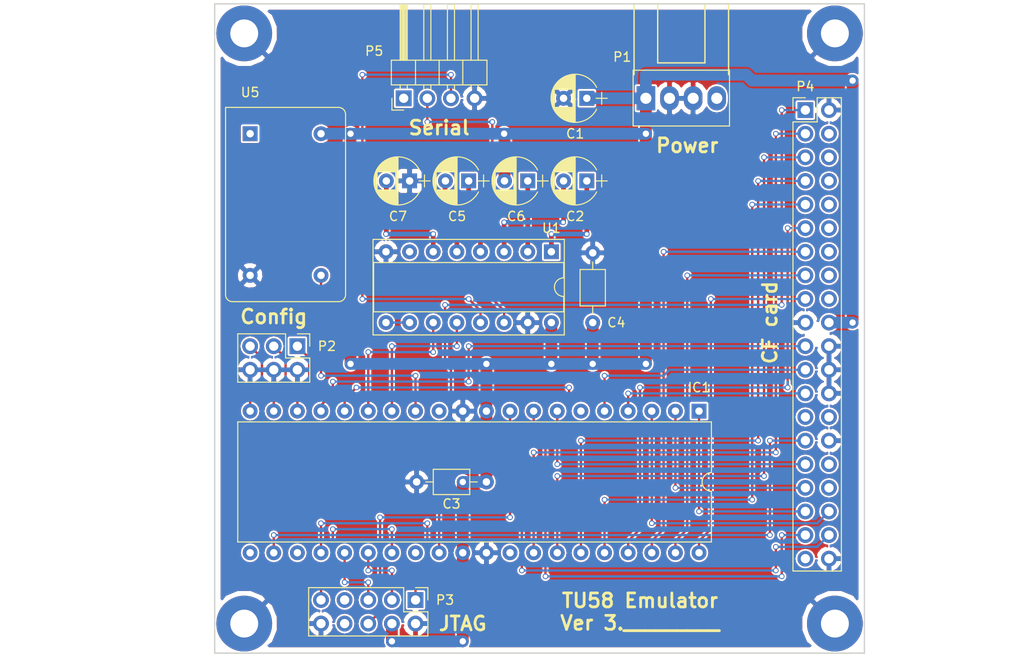
<source format=kicad_pcb>
(kicad_pcb (version 4) (host pcbnew 4.0.5)
  (layers (0 F.Cu signal) (31 B.Cu signal) (34 B.Paste user) (35 F.Paste user) (36 B.SilkS user) (37 F.SilkS user) (38 B.Mask user) (39 F.Mask user) (44 Edge.Cuts user))
  (net 0 "")
  (net 1 VCC)
  (net 2 GND)
  (net 3 "Net-(C2-Pad1)")
  (net 4 "Net-(C2-Pad2)")
  (net 5 "Net-(C5-Pad1)")
  (net 6 "Net-(C5-Pad2)")
  (net 7 "Net-(C6-Pad1)")
  (net 8 "Net-(C7-Pad2)")
  (net 9 A0)
  (net 10 "Net-(IC1-Pad21)")
  (net 11 A1)
  (net 12 CF_ACK)
  (net 13 A2)
  (net 14 "Net-(IC1-Pad23)")
  (net 15 IOR)
  (net 16 "Net-(IC1-Pad24)")
  (net 17 IOW)
  (net 18 "Net-(IC1-Pad25)")
  (net 19 "Net-(IC1-Pad6)")
  (net 20 "Net-(IC1-Pad26)")
  (net 21 CF_CS)
  (net 22 "Net-(IC1-Pad27)")
  (net 23 CF_CSX)
  (net 24 "Net-(IC1-Pad28)")
  (net 25 "Net-(IC1-Pad9)")
  (net 26 RST)
  (net 27 "Net-(IC1-Pad12)")
  (net 28 "Net-(IC1-Pad32)")
  (net 29 "Net-(IC1-Pad13)")
  (net 30 D7)
  (net 31 "Net-(IC1-Pad14)")
  (net 32 D6)
  (net 33 "Net-(IC1-Pad15)")
  (net 34 D5)
  (net 35 CF_IRQ)
  (net 36 D4)
  (net 37 CF_DRQ)
  (net 38 D3)
  (net 39 "Net-(IC1-Pad18)")
  (net 40 D2)
  (net 41 "Net-(IC1-Pad19)")
  (net 42 D1)
  (net 43 "Net-(IC1-Pad20)")
  (net 44 D0)
  (net 45 "Net-(P1-Pad4)")
  (net 46 "Net-(P3-Pad7)")
  (net 47 "Net-(P3-Pad8)")
  (net 48 "Net-(P4-Pad4)")
  (net 49 "Net-(P4-Pad6)")
  (net 50 "Net-(P4-Pad8)")
  (net 51 "Net-(P4-Pad10)")
  (net 52 "Net-(P4-Pad12)")
  (net 53 "Net-(P4-Pad14)")
  (net 54 "Net-(P4-Pad16)")
  (net 55 "Net-(P4-Pad18)")
  (net 56 "Net-(P4-Pad27)")
  (net 57 "Net-(P4-Pad28)")
  (net 58 "Net-(P4-Pad32)")
  (net 59 "Net-(P4-Pad34)")
  (net 60 "Net-(P4-Pad39)")
  (net 61 "Net-(P5-Pad1)")
  (net 62 "Net-(P5-Pad2)")
  (net 63 "Net-(P5-Pad3)")
  (net 64 "Net-(U1-Pad10)")
  (net 65 "Net-(U1-Pad7)")
  (module Capacitors_THT:CP_Radial_D5.0mm_P2.50mm (layer F.Cu) (at 156.21 88.9 180)
    (fp_text reference C1 (at 1.25 -3.81 180) (layer F.SilkS))
    (fp_text value 10uf)
    (pad 1 thru_hole rect (at 0 0 180) (size 1.6 1.6) (drill 0.8) (layers *.Cu *.Mask) (net 1 VCC))
    (pad 2 thru_hole circle (at 2.5 0 180) (size 1.6 1.6) (drill 0.8) (layers *.Cu *.Mask) (net 2 GND))
  )
  (module Capacitors_THT:CP_Radial_D5.0mm_P2.50mm (layer F.Cu) (at 156.21 97.79 180)
    (fp_text reference C2 (at 1.25 -3.81 180) (layer F.SilkS))
    (fp_text value 10uf)
    (pad 1 thru_hole rect (at 0 0 180) (size 1.6 1.6) (drill 0.8) (layers *.Cu *.Mask) (net 3 "Net-(C2-Pad1)"))
    (pad 2 thru_hole circle (at 2.5 0 180) (size 1.6 1.6) (drill 0.8) (layers *.Cu *.Mask) (net 4 "Net-(C2-Pad2)"))
  )
  (module Capacitors_THT:C_Axial_L3.8mm_D2.6mm_P7.50mm_Horizontal (layer F.Cu) (at 145.415 130.175 180)
    (fp_text reference C3 (at 3.75 -2.36 180) (layer F.SilkS))
    (fp_text value .1uf)
    (pad 1 thru_hole circle (at 0 0 180) (size 1.6 1.6) (drill 0.8) (layers *.Cu *.Mask) (net 1 VCC))
    (pad 2 thru_hole oval (at 7.5 0 180) (size 1.6 1.6) (drill 0.8) (layers *.Cu *.Mask) (net 2 GND))
  )
  (module Capacitors_THT:C_Axial_L3.8mm_D2.6mm_P7.50mm_Horizontal (layer F.Cu) (at 156.845 113.03 90)
    (fp_text reference C4 (at 0 2.54 180) (layer F.SilkS))
    (fp_text value .1uf)
    (pad 1 thru_hole circle (at 0 0 90) (size 1.6 1.6) (drill 0.8) (layers *.Cu *.Mask) (net 1 VCC))
    (pad 2 thru_hole oval (at 7.5 0 90) (size 1.6 1.6) (drill 0.8) (layers *.Cu *.Mask) (net 2 GND))
  )
  (module Capacitors_THT:CP_Radial_D5.0mm_P2.50mm (layer F.Cu) (at 143.51 97.79 180)
    (fp_text reference C5 (at 1.25 -3.81 180) (layer F.SilkS))
    (fp_text value 10uf)
    (pad 1 thru_hole rect (at 0 0 180) (size 1.6 1.6) (drill 0.8) (layers *.Cu *.Mask) (net 5 "Net-(C5-Pad1)"))
    (pad 2 thru_hole circle (at 2.5 0 180) (size 1.6 1.6) (drill 0.8) (layers *.Cu *.Mask) (net 6 "Net-(C5-Pad2)"))
  )
  (module Capacitors_THT:CP_Radial_D5.0mm_P2.50mm (layer F.Cu) (at 149.86 97.79 180)
    (fp_text reference C6 (at 1.25 -3.81 180) (layer F.SilkS))
    (fp_text value 10uf)
    (pad 1 thru_hole rect (at 0 0 180) (size 1.6 1.6) (drill 0.8) (layers *.Cu *.Mask) (net 7 "Net-(C6-Pad1)"))
    (pad 2 thru_hole circle (at 2.5 0 180) (size 1.6 1.6) (drill 0.8) (layers *.Cu *.Mask) (net 1 VCC))
  )
  (module Capacitors_THT:CP_Radial_D5.0mm_P2.50mm (layer F.Cu) (at 137.16 97.79 180)
    (fp_text reference C7 (at 1.25 -3.81 180) (layer F.SilkS))
    (fp_text value 10uf)
    (pad 1 thru_hole rect (at 0 0 180) (size 1.6 1.6) (drill 0.8) (layers *.Cu *.Mask) (net 2 GND))
    (pad 2 thru_hole circle (at 2.5 0 180) (size 1.6 1.6) (drill 0.8) (layers *.Cu *.Mask) (net 8 "Net-(C7-Pad2)"))
  )
  (module Housings_DIP:DIP-40_W15.24mm (layer F.Cu) (at 168.275 122.555 270)
    (fp_text reference IC1 (at -2.54 0 360) (layer F.SilkS))
    (fp_text value ATMEGA32A-P)
    (pad 1 thru_hole rect (at 0 0 270) (size 1.6 1.6) (drill 0.8) (layers *.Cu *.Mask) (net 9 A0))
    (pad 21 thru_hole oval (at 15.24 48.26 270) (size 1.6 1.6) (drill 0.8) (layers *.Cu *.Mask) (net 10 "Net-(IC1-Pad21)"))
    (pad 2 thru_hole oval (at 0 2.54 270) (size 1.6 1.6) (drill 0.8) (layers *.Cu *.Mask) (net 11 A1))
    (pad 22 thru_hole oval (at 15.24 45.72 270) (size 1.6 1.6) (drill 0.8) (layers *.Cu *.Mask) (net 12 CF_ACK))
    (pad 3 thru_hole oval (at 0 5.08 270) (size 1.6 1.6) (drill 0.8) (layers *.Cu *.Mask) (net 13 A2))
    (pad 23 thru_hole oval (at 15.24 43.18 270) (size 1.6 1.6) (drill 0.8) (layers *.Cu *.Mask) (net 14 "Net-(IC1-Pad23)"))
    (pad 4 thru_hole oval (at 0 7.62 270) (size 1.6 1.6) (drill 0.8) (layers *.Cu *.Mask) (net 15 IOR))
    (pad 24 thru_hole oval (at 15.24 40.64 270) (size 1.6 1.6) (drill 0.8) (layers *.Cu *.Mask) (net 16 "Net-(IC1-Pad24)"))
    (pad 5 thru_hole oval (at 0 10.16 270) (size 1.6 1.6) (drill 0.8) (layers *.Cu *.Mask) (net 17 IOW))
    (pad 25 thru_hole oval (at 15.24 38.1 270) (size 1.6 1.6) (drill 0.8) (layers *.Cu *.Mask) (net 18 "Net-(IC1-Pad25)"))
    (pad 6 thru_hole oval (at 0 12.7 270) (size 1.6 1.6) (drill 0.8) (layers *.Cu *.Mask) (net 19 "Net-(IC1-Pad6)"))
    (pad 26 thru_hole oval (at 15.24 35.56 270) (size 1.6 1.6) (drill 0.8) (layers *.Cu *.Mask) (net 20 "Net-(IC1-Pad26)"))
    (pad 7 thru_hole oval (at 0 15.24 270) (size 1.6 1.6) (drill 0.8) (layers *.Cu *.Mask) (net 21 CF_CS))
    (pad 27 thru_hole oval (at 15.24 33.02 270) (size 1.6 1.6) (drill 0.8) (layers *.Cu *.Mask) (net 22 "Net-(IC1-Pad27)"))
    (pad 8 thru_hole oval (at 0 17.78 270) (size 1.6 1.6) (drill 0.8) (layers *.Cu *.Mask) (net 23 CF_CSX))
    (pad 28 thru_hole oval (at 15.24 30.48 270) (size 1.6 1.6) (drill 0.8) (layers *.Cu *.Mask) (net 24 "Net-(IC1-Pad28)"))
    (pad 9 thru_hole oval (at 0 20.32 270) (size 1.6 1.6) (drill 0.8) (layers *.Cu *.Mask) (net 25 "Net-(IC1-Pad9)"))
    (pad 29 thru_hole oval (at 15.24 27.94 270) (size 1.6 1.6) (drill 0.8) (layers *.Cu *.Mask) (net 26 RST))
    (pad 10 thru_hole oval (at 0 22.86 270) (size 1.6 1.6) (drill 0.8) (layers *.Cu *.Mask) (net 1 VCC))
    (pad 30 thru_hole oval (at 15.24 25.4 270) (size 1.6 1.6) (drill 0.8) (layers *.Cu *.Mask) (net 1 VCC))
    (pad 11 thru_hole oval (at 0 25.4 270) (size 1.6 1.6) (drill 0.8) (layers *.Cu *.Mask) (net 2 GND))
    (pad 31 thru_hole oval (at 15.24 22.86 270) (size 1.6 1.6) (drill 0.8) (layers *.Cu *.Mask) (net 2 GND))
    (pad 12 thru_hole oval (at 0 27.94 270) (size 1.6 1.6) (drill 0.8) (layers *.Cu *.Mask) (net 27 "Net-(IC1-Pad12)"))
    (pad 32 thru_hole oval (at 15.24 20.32 270) (size 1.6 1.6) (drill 0.8) (layers *.Cu *.Mask) (net 28 "Net-(IC1-Pad32)"))
    (pad 13 thru_hole oval (at 0 30.48 270) (size 1.6 1.6) (drill 0.8) (layers *.Cu *.Mask) (net 29 "Net-(IC1-Pad13)"))
    (pad 33 thru_hole oval (at 15.24 17.78 270) (size 1.6 1.6) (drill 0.8) (layers *.Cu *.Mask) (net 30 D7))
    (pad 14 thru_hole oval (at 0 33.02 270) (size 1.6 1.6) (drill 0.8) (layers *.Cu *.Mask) (net 31 "Net-(IC1-Pad14)"))
    (pad 34 thru_hole oval (at 15.24 15.24 270) (size 1.6 1.6) (drill 0.8) (layers *.Cu *.Mask) (net 32 D6))
    (pad 15 thru_hole oval (at 0 35.56 270) (size 1.6 1.6) (drill 0.8) (layers *.Cu *.Mask) (net 33 "Net-(IC1-Pad15)"))
    (pad 35 thru_hole oval (at 15.24 12.7 270) (size 1.6 1.6) (drill 0.8) (layers *.Cu *.Mask) (net 34 D5))
    (pad 16 thru_hole oval (at 0 38.1 270) (size 1.6 1.6) (drill 0.8) (layers *.Cu *.Mask) (net 35 CF_IRQ))
    (pad 36 thru_hole oval (at 15.24 10.16 270) (size 1.6 1.6) (drill 0.8) (layers *.Cu *.Mask) (net 36 D4))
    (pad 17 thru_hole oval (at 0 40.64 270) (size 1.6 1.6) (drill 0.8) (layers *.Cu *.Mask) (net 37 CF_DRQ))
    (pad 37 thru_hole oval (at 15.24 7.62 270) (size 1.6 1.6) (drill 0.8) (layers *.Cu *.Mask) (net 38 D3))
    (pad 18 thru_hole oval (at 0 43.18 270) (size 1.6 1.6) (drill 0.8) (layers *.Cu *.Mask) (net 39 "Net-(IC1-Pad18)"))
    (pad 38 thru_hole oval (at 15.24 5.08 270) (size 1.6 1.6) (drill 0.8) (layers *.Cu *.Mask) (net 40 D2))
    (pad 19 thru_hole oval (at 0 45.72 270) (size 1.6 1.6) (drill 0.8) (layers *.Cu *.Mask) (net 41 "Net-(IC1-Pad19)"))
    (pad 39 thru_hole oval (at 15.24 2.54 270) (size 1.6 1.6) (drill 0.8) (layers *.Cu *.Mask) (net 42 D1))
    (pad 20 thru_hole oval (at 0 48.26 270) (size 1.6 1.6) (drill 0.8) (layers *.Cu *.Mask) (net 43 "Net-(IC1-Pad20)"))
    (pad 40 thru_hole oval (at 15.24 0 270) (size 1.6 1.6) (drill 0.8) (layers *.Cu *.Mask) (net 44 D0))
  )
  (module Mounting_Holes:MountingHole_3mm_Pad (layer F.Cu) (at 119.38 145.415)
    (fp_text reference MH1 hide)
    (fp_text value CONN_01X01 hide)
    (pad 1 thru_hole circle (at 0 0) (size 6 6) (drill 3) (layers *.Cu *.Mask) (net 2 GND))
  )
  (module Mounting_Holes:MountingHole_3mm_Pad (layer F.Cu) (at 182.88 145.415)
    (fp_text reference MH2 hide)
    (fp_text value CONN_01X01 hide)
    (pad 1 thru_hole circle (at 0 0) (size 6 6) (drill 3) (layers *.Cu *.Mask) (net 2 GND))
  )
  (module Mounting_Holes:MountingHole_3mm_Pad (layer F.Cu) (at 182.88 81.915)
    (fp_text reference MH3 hide)
    (fp_text value CONN_01X01 hide)
    (pad 1 thru_hole circle (at 0 0) (size 6 6) (drill 3) (layers *.Cu *.Mask) (net 2 GND))
  )
  (module Mounting_Holes:MountingHole_3mm_Pad (layer F.Cu) (at 119.38 81.915)
    (fp_text reference MH4 hide)
    (fp_text value CONN_01X01 hide)
    (pad 1 thru_hole circle (at 0 0) (size 6 6) (drill 3) (layers *.Cu *.Mask) (net 2 GND))
  )
  (module Connectors:FDC-4P-RA (layer F.Cu) (at 162.56 88.9)
    (fp_text reference P1 (at -2.54 -4.445 180) (layer F.SilkS))
    (fp_text value CONN_01X04 hide)
    (pad 1 thru_hole rect (at 0 0) (size 2 2.6) (drill 1.2) (layers *.Cu *.Mask) (net 1 VCC))
    (pad 2 thru_hole oval (at 2.54 0) (size 2 2.6) (drill 1.2) (layers *.Cu *.Mask) (net 2 GND))
    (pad 3 thru_hole oval (at 5.08 0) (size 2 2.6) (drill 1.2) (layers *.Cu *.Mask) (net 2 GND))
    (pad 4 thru_hole oval (at 7.62 0) (size 2 2.6) (drill 1.2) (layers *.Cu *.Mask) (net 45 "Net-(P1-Pad4)"))
  )
  (module Pin_Headers:Pin_Header_Straight_2x03_Pitch2.54mm (layer F.Cu) (at 125.095 115.57 270)
    (fp_text reference P2 (at 0 -3.175 360) (layer F.SilkS))
    (fp_text value CONN_02X03 hide)
    (pad 1 thru_hole rect (at 0 0 270) (size 1.7 1.7) (drill 1) (layers *.Cu *.Mask) (net 39 "Net-(IC1-Pad18)"))
    (pad 2 thru_hole oval (at 2.54 0 270) (size 1.7 1.7) (drill 1) (layers *.Cu *.Mask) (net 2 GND))
    (pad 3 thru_hole oval (at 0 2.54 270) (size 1.7 1.7) (drill 1) (layers *.Cu *.Mask) (net 41 "Net-(IC1-Pad19)"))
    (pad 4 thru_hole oval (at 2.54 2.54 270) (size 1.7 1.7) (drill 1) (layers *.Cu *.Mask) (net 2 GND))
    (pad 5 thru_hole oval (at 0 5.08 270) (size 1.7 1.7) (drill 1) (layers *.Cu *.Mask) (net 43 "Net-(IC1-Pad20)"))
    (pad 6 thru_hole oval (at 2.54 5.08 270) (size 1.7 1.7) (drill 1) (layers *.Cu *.Mask) (net 2 GND))
  )
  (module Pin_Headers:Pin_Header_Straight_2x05_Pitch2.54mm (layer F.Cu) (at 137.795 142.875 270)
    (fp_text reference P3 (at 0 -3.175 360) (layer F.SilkS))
    (fp_text value CONN_02X05 hide)
    (pad 1 thru_hole rect (at 0 0 270) (size 1.7 1.7) (drill 1) (layers *.Cu *.Mask) (net 16 "Net-(IC1-Pad24)"))
    (pad 2 thru_hole oval (at 2.54 0 270) (size 1.7 1.7) (drill 1) (layers *.Cu *.Mask) (net 2 GND))
    (pad 3 thru_hole oval (at 0 2.54 270) (size 1.7 1.7) (drill 1) (layers *.Cu *.Mask) (net 20 "Net-(IC1-Pad26)"))
    (pad 4 thru_hole oval (at 2.54 2.54 270) (size 1.7 1.7) (drill 1) (layers *.Cu *.Mask) (net 1 VCC))
    (pad 5 thru_hole oval (at 0 5.08 270) (size 1.7 1.7) (drill 1) (layers *.Cu *.Mask) (net 18 "Net-(IC1-Pad25)"))
    (pad 6 thru_hole oval (at 2.54 5.08 270) (size 1.7 1.7) (drill 1) (layers *.Cu *.Mask) (net 25 "Net-(IC1-Pad9)"))
    (pad 7 thru_hole oval (at 0 7.62 270) (size 1.7 1.7) (drill 1) (layers *.Cu *.Mask) (net 46 "Net-(P3-Pad7)"))
    (pad 8 thru_hole oval (at 2.54 7.62 270) (size 1.7 1.7) (drill 1) (layers *.Cu *.Mask) (net 47 "Net-(P3-Pad8)"))
    (pad 9 thru_hole oval (at 0 10.16 270) (size 1.7 1.7) (drill 1) (layers *.Cu *.Mask) (net 22 "Net-(IC1-Pad27)"))
    (pad 10 thru_hole oval (at 2.54 10.16 270) (size 1.7 1.7) (drill 1) (layers *.Cu *.Mask) (net 2 GND))
  )
  (module Pin_Headers:Pin_Header_Straight_2x20_Pitch2.54mm (layer F.Cu) (at 179.705 90.17)
    (fp_text reference P4 (at 0 -2.54) (layer F.SilkS))
    (fp_text value CONN_02X20 hide)
    (pad 1 thru_hole rect (at 0 0) (size 1.7 1.7) (drill 1) (layers *.Cu *.Mask) (net 26 RST))
    (pad 2 thru_hole oval (at 2.54 0) (size 1.7 1.7) (drill 1) (layers *.Cu *.Mask) (net 2 GND))
    (pad 3 thru_hole oval (at 0 2.54) (size 1.7 1.7) (drill 1) (layers *.Cu *.Mask) (net 30 D7))
    (pad 4 thru_hole oval (at 2.54 2.54) (size 1.7 1.7) (drill 1) (layers *.Cu *.Mask) (net 48 "Net-(P4-Pad4)"))
    (pad 5 thru_hole oval (at 0 5.08) (size 1.7 1.7) (drill 1) (layers *.Cu *.Mask) (net 32 D6))
    (pad 6 thru_hole oval (at 2.54 5.08) (size 1.7 1.7) (drill 1) (layers *.Cu *.Mask) (net 49 "Net-(P4-Pad6)"))
    (pad 7 thru_hole oval (at 0 7.62) (size 1.7 1.7) (drill 1) (layers *.Cu *.Mask) (net 34 D5))
    (pad 8 thru_hole oval (at 2.54 7.62) (size 1.7 1.7) (drill 1) (layers *.Cu *.Mask) (net 50 "Net-(P4-Pad8)"))
    (pad 9 thru_hole oval (at 0 10.16) (size 1.7 1.7) (drill 1) (layers *.Cu *.Mask) (net 36 D4))
    (pad 10 thru_hole oval (at 2.54 10.16) (size 1.7 1.7) (drill 1) (layers *.Cu *.Mask) (net 51 "Net-(P4-Pad10)"))
    (pad 11 thru_hole oval (at 0 12.7) (size 1.7 1.7) (drill 1) (layers *.Cu *.Mask) (net 38 D3))
    (pad 12 thru_hole oval (at 2.54 12.7) (size 1.7 1.7) (drill 1) (layers *.Cu *.Mask) (net 52 "Net-(P4-Pad12)"))
    (pad 13 thru_hole oval (at 0 15.24) (size 1.7 1.7) (drill 1) (layers *.Cu *.Mask) (net 40 D2))
    (pad 14 thru_hole oval (at 2.54 15.24) (size 1.7 1.7) (drill 1) (layers *.Cu *.Mask) (net 53 "Net-(P4-Pad14)"))
    (pad 15 thru_hole oval (at 0 17.78) (size 1.7 1.7) (drill 1) (layers *.Cu *.Mask) (net 42 D1))
    (pad 16 thru_hole oval (at 2.54 17.78) (size 1.7 1.7) (drill 1) (layers *.Cu *.Mask) (net 54 "Net-(P4-Pad16)"))
    (pad 17 thru_hole oval (at 0 20.32) (size 1.7 1.7) (drill 1) (layers *.Cu *.Mask) (net 44 D0))
    (pad 18 thru_hole oval (at 2.54 20.32) (size 1.7 1.7) (drill 1) (layers *.Cu *.Mask) (net 55 "Net-(P4-Pad18)"))
    (pad 19 thru_hole oval (at 0 22.86) (size 1.7 1.7) (drill 1) (layers *.Cu *.Mask) (net 2 GND))
    (pad 20 thru_hole oval (at 2.54 22.86) (size 1.7 1.7) (drill 1) (layers *.Cu *.Mask) (net 1 VCC))
    (pad 21 thru_hole oval (at 0 25.4) (size 1.7 1.7) (drill 1) (layers *.Cu *.Mask) (net 37 CF_DRQ))
    (pad 22 thru_hole oval (at 2.54 25.4) (size 1.7 1.7) (drill 1) (layers *.Cu *.Mask) (net 2 GND))
    (pad 23 thru_hole oval (at 0 27.94) (size 1.7 1.7) (drill 1) (layers *.Cu *.Mask) (net 17 IOW))
    (pad 24 thru_hole oval (at 2.54 27.94) (size 1.7 1.7) (drill 1) (layers *.Cu *.Mask) (net 2 GND))
    (pad 25 thru_hole oval (at 0 30.48) (size 1.7 1.7) (drill 1) (layers *.Cu *.Mask) (net 15 IOR))
    (pad 26 thru_hole oval (at 2.54 30.48) (size 1.7 1.7) (drill 1) (layers *.Cu *.Mask) (net 2 GND))
    (pad 27 thru_hole oval (at 0 33.02) (size 1.7 1.7) (drill 1) (layers *.Cu *.Mask) (net 56 "Net-(P4-Pad27)"))
    (pad 28 thru_hole oval (at 2.54 33.02) (size 1.7 1.7) (drill 1) (layers *.Cu *.Mask) (net 57 "Net-(P4-Pad28)"))
    (pad 29 thru_hole oval (at 0 35.56) (size 1.7 1.7) (drill 1) (layers *.Cu *.Mask) (net 12 CF_ACK))
    (pad 30 thru_hole oval (at 2.54 35.56) (size 1.7 1.7) (drill 1) (layers *.Cu *.Mask) (net 2 GND))
    (pad 31 thru_hole oval (at 0 38.1) (size 1.7 1.7) (drill 1) (layers *.Cu *.Mask) (net 35 CF_IRQ))
    (pad 32 thru_hole oval (at 2.54 38.1) (size 1.7 1.7) (drill 1) (layers *.Cu *.Mask) (net 58 "Net-(P4-Pad32)"))
    (pad 33 thru_hole oval (at 0 40.64) (size 1.7 1.7) (drill 1) (layers *.Cu *.Mask) (net 11 A1))
    (pad 34 thru_hole oval (at 2.54 40.64) (size 1.7 1.7) (drill 1) (layers *.Cu *.Mask) (net 59 "Net-(P4-Pad34)"))
    (pad 35 thru_hole oval (at 0 43.18) (size 1.7 1.7) (drill 1) (layers *.Cu *.Mask) (net 9 A0))
    (pad 36 thru_hole oval (at 2.54 43.18) (size 1.7 1.7) (drill 1) (layers *.Cu *.Mask) (net 13 A2))
    (pad 37 thru_hole oval (at 0 45.72) (size 1.7 1.7) (drill 1) (layers *.Cu *.Mask) (net 21 CF_CS))
    (pad 38 thru_hole oval (at 2.54 45.72) (size 1.7 1.7) (drill 1) (layers *.Cu *.Mask) (net 23 CF_CSX))
    (pad 39 thru_hole oval (at 0 48.26) (size 1.7 1.7) (drill 1) (layers *.Cu *.Mask) (net 60 "Net-(P4-Pad39)"))
    (pad 40 thru_hole oval (at 2.54 48.26) (size 1.7 1.7) (drill 1) (layers *.Cu *.Mask) (net 2 GND))
  )
  (module Pin_Headers:Pin_Header_Angled_1x04_Pitch2.54mm (layer F.Cu) (at 136.525 88.9 90)
    (fp_text reference P5 (at 5.08 -3.175 180) (layer F.SilkS))
    (fp_text value CONN_01X04 hide)
    (pad 1 thru_hole rect (at 0 0 90) (size 1.7 1.7) (drill 1) (layers *.Cu *.Mask) (net 61 "Net-(P5-Pad1)"))
    (pad 2 thru_hole oval (at 0 2.54 90) (size 1.7 1.7) (drill 1) (layers *.Cu *.Mask) (net 62 "Net-(P5-Pad2)"))
    (pad 3 thru_hole oval (at 0 5.08 90) (size 1.7 1.7) (drill 1) (layers *.Cu *.Mask) (net 63 "Net-(P5-Pad3)"))
    (pad 4 thru_hole oval (at 0 7.62 90) (size 1.7 1.7) (drill 1) (layers *.Cu *.Mask) (net 2 GND))
  )
  (module Housings_DIP:DIP-16_W7.62mm_Socket (layer F.Cu) (at 152.4 105.41 270)
    (fp_text reference U1 (at -2.54 0 360) (layer F.SilkS))
    (fp_text value MAX232)
    (pad 1 thru_hole rect (at 0 0 270) (size 1.6 1.6) (drill 0.8) (layers *.Cu *.Mask) (net 3 "Net-(C2-Pad1)"))
    (pad 9 thru_hole oval (at 7.62 17.78 270) (size 1.6 1.6) (drill 0.8) (layers *.Cu *.Mask) (net 64 "Net-(U1-Pad10)"))
    (pad 2 thru_hole oval (at 0 2.54 270) (size 1.6 1.6) (drill 0.8) (layers *.Cu *.Mask) (net 7 "Net-(C6-Pad1)"))
    (pad 10 thru_hole oval (at 7.62 15.24 270) (size 1.6 1.6) (drill 0.8) (layers *.Cu *.Mask) (net 64 "Net-(U1-Pad10)"))
    (pad 3 thru_hole oval (at 0 5.08 270) (size 1.6 1.6) (drill 0.8) (layers *.Cu *.Mask) (net 4 "Net-(C2-Pad2)"))
    (pad 11 thru_hole oval (at 7.62 12.7 270) (size 1.6 1.6) (drill 0.8) (layers *.Cu *.Mask) (net 33 "Net-(IC1-Pad15)"))
    (pad 4 thru_hole oval (at 0 7.62 270) (size 1.6 1.6) (drill 0.8) (layers *.Cu *.Mask) (net 5 "Net-(C5-Pad1)"))
    (pad 12 thru_hole oval (at 7.62 10.16 270) (size 1.6 1.6) (drill 0.8) (layers *.Cu *.Mask) (net 31 "Net-(IC1-Pad14)"))
    (pad 5 thru_hole oval (at 0 10.16 270) (size 1.6 1.6) (drill 0.8) (layers *.Cu *.Mask) (net 6 "Net-(C5-Pad2)"))
    (pad 13 thru_hole oval (at 7.62 7.62 270) (size 1.6 1.6) (drill 0.8) (layers *.Cu *.Mask) (net 63 "Net-(P5-Pad3)"))
    (pad 6 thru_hole oval (at 0 12.7 270) (size 1.6 1.6) (drill 0.8) (layers *.Cu *.Mask) (net 8 "Net-(C7-Pad2)"))
    (pad 14 thru_hole oval (at 7.62 5.08 270) (size 1.6 1.6) (drill 0.8) (layers *.Cu *.Mask) (net 62 "Net-(P5-Pad2)"))
    (pad 7 thru_hole oval (at 0 15.24 270) (size 1.6 1.6) (drill 0.8) (layers *.Cu *.Mask) (net 65 "Net-(U1-Pad7)"))
    (pad 15 thru_hole oval (at 7.62 2.54 270) (size 1.6 1.6) (drill 0.8) (layers *.Cu *.Mask) (net 2 GND))
    (pad 8 thru_hole oval (at 0 17.78 270) (size 1.6 1.6) (drill 0.8) (layers *.Cu *.Mask) (net 2 GND))
    (pad 16 thru_hole oval (at 7.62 0 270) (size 1.6 1.6) (drill 0.8) (layers *.Cu *.Mask) (net 1 VCC))
  )
  (module Oscillators:Oscillator_DIP-14 (layer F.Cu) (at 120.015 92.71 270)
    (fp_text reference U5 (at -4.445 0 360) (layer F.SilkS))
    (fp_text value "OSC 11.0592MHz.")
    (pad 1 thru_hole rect (at 0 0 270) (size 1.6 1.6) (drill 0.8) (layers *.Cu *.Mask))
    (pad 14 thru_hole circle (at 0 -7.62 270) (size 1.6 1.6) (drill 0.8) (layers *.Cu *.Mask) (net 1 VCC))
    (pad 8 thru_hole circle (at 15.24 -7.62 270) (size 1.6 1.6) (drill 0.8) (layers *.Cu *.Mask) (net 29 "Net-(IC1-Pad13)"))
    (pad 7 thru_hole circle (at 15.24 0 270) (size 1.6 1.6) (drill 0.8) (layers *.Cu *.Mask) (net 2 GND))
  )
  (gr_text Config (at 122.555 112.395) (layer F.SilkS) (effects (font (size 1.5 1.5) (thickness 0.3))))
  (gr_text "CF card" (at 175.895 113.03 90) (layer F.SilkS) (effects (font (size 1.5 1.5) (thickness 0.3))))
  (gr_text Power (at 167.005 93.98) (layer F.SilkS) (effects (font (size 1.5 1.5) (thickness 0.3))))
  (gr_text Serial (at 140.335 92.075) (layer F.SilkS) (effects (font (size 1.5 1.5) (thickness 0.3))))
  (gr_text JTAG (at 142.875 145.415) (layer F.SilkS) (effects (font (size 1.5 1.5) (thickness 0.3))))
  (gr_text "TU58 Emulator\nVer 3._________" (at 161.925 144.145) (layer F.SilkS) (effects (font (size 1.5 1.5) (thickness 0.3))))
  (gr_line (start 116.205 78.74) (end 116.205 148.59) (angle 90) (layer Edge.Cuts) (width 0.15))
  (gr_line (start 186.055 78.74) (end 116.205 78.74) (angle 90) (layer Edge.Cuts) (width 0.15))
  (gr_line (start 186.055 148.59) (end 186.055 78.74) (angle 90) (layer Edge.Cuts) (width 0.15))
  (gr_line (start 116.205 148.59) (end 186.055 148.59) (angle 90) (layer Edge.Cuts) (width 0.15))
  (segment (start 142.875 137.795) (end 142.875 147.32) (width 1.27) (layer F.Cu) (net 1))
  (segment (start 135.255 147.32) (end 135.255 145.415) (width 1.27) (layer F.Cu) (net 1))
  (via (at 135.255 147.32) (size 1.27) (drill 0.6858) (layers F.Cu B.Cu) (net 1))
  (segment (start 142.875 147.32) (end 135.255 147.32) (width 1.27) (layer B.Cu) (net 1))
  (via (at 142.875 147.32) (size 1.27) (drill 0.6858) (layers F.Cu B.Cu) (net 1))
  (segment (start 147.36 97.79) (end 147.36 92.75) (width 1.27) (layer F.Cu) (net 1))
  (via (at 147.32 92.71) (size 1.27) (drill 0.6858) (layers F.Cu B.Cu) (net 1))
  (segment (start 147.36 92.75) (end 147.32 92.71) (width 1.27) (layer F.Cu) (net 1))
  (segment (start 156.845 113.03) (end 156.845 117.475) (width 1.27) (layer F.Cu) (net 1))
  (via (at 156.845 117.475) (size 1.27) (drill 0.6858) (layers F.Cu B.Cu) (net 1))
  (segment (start 152.4 113.03) (end 152.4 117.475) (width 1.27) (layer F.Cu) (net 1))
  (via (at 152.4 117.475) (size 1.27) (drill 0.6858) (layers F.Cu B.Cu) (net 1))
  (segment (start 156.21 88.9) (end 162.56 88.9) (width 1.27) (layer B.Cu) (net 1))
  (segment (start 182.245 113.03) (end 184.785 113.03) (width 1.27) (layer B.Cu) (net 1))
  (segment (start 162.56 86.36) (end 162.56 88.9) (width 1.27) (layer B.Cu) (net 1))
  (segment (start 173.355 86.36) (end 162.56 86.36) (width 1.27) (layer B.Cu) (net 1))
  (segment (start 173.99 86.995) (end 173.355 86.36) (width 1.27) (layer B.Cu) (net 1))
  (segment (start 184.785 86.995) (end 173.99 86.995) (width 1.27) (layer B.Cu) (net 1))
  (via (at 184.785 86.995) (size 1.27) (drill 0.6858) (layers F.Cu B.Cu) (net 1))
  (segment (start 184.785 113.03) (end 184.785 86.995) (width 1.27) (layer F.Cu) (net 1))
  (via (at 184.785 113.03) (size 1.27) (drill 0.6858) (layers F.Cu B.Cu) (net 1))
  (segment (start 145.415 117.475) (end 130.81 117.475) (width 1.27) (layer B.Cu) (net 1))
  (via (at 130.81 92.71) (size 1.27) (drill 0.6858) (layers F.Cu B.Cu) (net 1))
  (segment (start 130.81 117.475) (end 130.81 92.71) (width 1.27) (layer F.Cu) (net 1))
  (via (at 130.81 117.475) (size 1.27) (drill 0.6858) (layers F.Cu B.Cu) (net 1))
  (segment (start 142.875 137.795) (end 142.875 130.175) (width 1.27) (layer F.Cu) (net 1))
  (segment (start 142.875 130.175) (end 145.415 130.175) (width 1.27) (layer B.Cu) (net 1))
  (via (at 142.875 130.175) (size 1.27) (drill 0.6858) (layers F.Cu B.Cu) (net 1))
  (segment (start 145.415 130.175) (end 145.415 122.555) (width 1.27) (layer F.Cu) (net 1))
  (segment (start 162.56 92.71) (end 162.56 117.475) (width 1.27) (layer F.Cu) (net 1))
  (segment (start 145.415 117.475) (end 145.415 122.555) (width 1.27) (layer F.Cu) (net 1))
  (via (at 145.415 117.475) (size 1.27) (drill 0.6858) (layers F.Cu B.Cu) (net 1))
  (segment (start 162.56 117.475) (end 156.845 117.475) (width 1.27) (layer B.Cu) (net 1))
  (segment (start 156.845 117.475) (end 152.4 117.475) (width 1.27) (layer B.Cu) (net 1))
  (segment (start 152.4 117.475) (end 145.415 117.475) (width 1.27) (layer B.Cu) (net 1))
  (via (at 162.56 117.475) (size 1.27) (drill 0.6858) (layers F.Cu B.Cu) (net 1))
  (segment (start 127.635 92.71) (end 130.81 92.71) (width 1.27) (layer B.Cu) (net 1))
  (segment (start 130.81 92.71) (end 147.32 92.71) (width 1.27) (layer B.Cu) (net 1))
  (segment (start 147.32 92.71) (end 162.56 92.71) (width 1.27) (layer B.Cu) (net 1))
  (via (at 162.56 92.71) (size 1.27) (drill 0.6858) (layers F.Cu B.Cu) (net 1))
  (segment (start 162.56 92.71) (end 162.56 88.9) (width 1.27) (layer F.Cu) (net 1))
  (segment (start 152.4 105.41) (end 152.4 103.505) (width 0.508) (layer F.Cu) (net 3))
  (segment (start 156.21 103.505) (end 156.21 97.79) (width 0.508) (layer F.Cu) (net 3))
  (via (at 156.21 103.505) (size 0.6) (drill 0.4) (layers F.Cu B.Cu) (net 3))
  (segment (start 152.4 103.505) (end 156.21 103.505) (width 0.508) (layer B.Cu) (net 3))
  (via (at 152.4 103.505) (size 0.6) (drill 0.4) (layers F.Cu B.Cu) (net 3))
  (segment (start 147.32 105.41) (end 147.32 102.235) (width 0.508) (layer F.Cu) (net 4))
  (segment (start 153.71 102.195) (end 153.71 97.79) (width 0.508) (layer F.Cu) (net 4))
  (segment (start 153.67 102.235) (end 153.71 102.195) (width 0.254) (layer F.Cu) (net 4))
  (via (at 153.67 102.235) (size 0.6) (drill 0.4) (layers F.Cu B.Cu) (net 4))
  (segment (start 147.32 102.235) (end 153.67 102.235) (width 0.508) (layer B.Cu) (net 4))
  (via (at 147.32 102.235) (size 0.6) (drill 0.4) (layers F.Cu B.Cu) (net 4))
  (segment (start 144.78 105.41) (end 144.78 100.33) (width 0.508) (layer F.Cu) (net 5))
  (segment (start 143.51 99.06) (end 143.51 97.79) (width 0.508) (layer F.Cu) (net 5))
  (segment (start 144.78 100.33) (end 143.51 99.06) (width 0.508) (layer F.Cu) (net 5))
  (segment (start 142.24 105.41) (end 142.24 100.965) (width 0.508) (layer F.Cu) (net 6))
  (segment (start 140.97 99.695) (end 140.97 97.83) (width 0.508) (layer F.Cu) (net 6))
  (segment (start 142.24 100.965) (end 140.97 99.695) (width 0.508) (layer F.Cu) (net 6))
  (segment (start 140.97 97.83) (end 141.01 97.79) (width 0.254) (layer F.Cu) (net 6))
  (segment (start 149.86 105.41) (end 149.86 97.79) (width 0.508) (layer F.Cu) (net 7))
  (segment (start 139.7 105.41) (end 139.7 103.505) (width 0.508) (layer F.Cu) (net 8))
  (segment (start 134.66 103.465) (end 134.66 97.79) (width 0.508) (layer F.Cu) (net 8))
  (segment (start 134.62 103.505) (end 134.66 103.465) (width 0.254) (layer F.Cu) (net 8))
  (via (at 134.62 103.505) (size 0.6) (drill 0.4) (layers F.Cu B.Cu) (net 8))
  (segment (start 139.7 103.505) (end 134.62 103.505) (width 0.508) (layer B.Cu) (net 8))
  (via (at 139.7 103.505) (size 0.6) (drill 0.4) (layers F.Cu B.Cu) (net 8))
  (segment (start 179.705 133.35) (end 168.275 133.35) (width 0.254) (layer B.Cu) (net 9))
  (segment (start 168.275 133.35) (end 168.275 122.555) (width 0.254) (layer F.Cu) (net 9))
  (via (at 168.275 133.35) (size 0.6) (drill 0.4) (layers F.Cu B.Cu) (net 9))
  (segment (start 179.705 130.81) (end 165.735 130.81) (width 0.254) (layer B.Cu) (net 11))
  (segment (start 165.735 130.81) (end 165.735 122.555) (width 0.254) (layer F.Cu) (net 11))
  (via (at 165.735 130.81) (size 0.6) (drill 0.4) (layers F.Cu B.Cu) (net 11))
  (segment (start 122.555 137.795) (end 122.555 135.89) (width 0.254) (layer F.Cu) (net 12))
  (segment (start 175.895 125.73) (end 179.705 125.73) (width 0.254) (layer B.Cu) (net 12))
  (via (at 175.895 125.73) (size 0.6) (drill 0.4) (layers F.Cu B.Cu) (net 12))
  (segment (start 175.895 135.89) (end 175.895 125.73) (width 0.254) (layer F.Cu) (net 12))
  (via (at 175.895 135.89) (size 0.6) (drill 0.4) (layers F.Cu B.Cu) (net 12))
  (segment (start 122.555 135.89) (end 175.895 135.89) (width 0.254) (layer B.Cu) (net 12))
  (via (at 122.555 135.89) (size 0.6) (drill 0.4) (layers F.Cu B.Cu) (net 12))
  (segment (start 182.245 133.35) (end 180.975 134.62) (width 0.254) (layer B.Cu) (net 13))
  (segment (start 163.195 134.62) (end 163.195 122.555) (width 0.254) (layer F.Cu) (net 13))
  (via (at 163.195 134.62) (size 0.6) (drill 0.4) (layers F.Cu B.Cu) (net 13))
  (segment (start 180.975 134.62) (end 163.195 134.62) (width 0.254) (layer B.Cu) (net 13))
  (segment (start 179.705 120.65) (end 160.655 120.65) (width 0.254) (layer B.Cu) (net 15))
  (segment (start 160.655 120.65) (end 160.655 122.555) (width 0.254) (layer F.Cu) (net 15))
  (via (at 160.655 120.65) (size 0.6) (drill 0.4) (layers F.Cu B.Cu) (net 15))
  (segment (start 137.795 142.875) (end 137.795 141.605) (width 0.254) (layer F.Cu) (net 16))
  (segment (start 127.635 134.62) (end 127.635 137.795) (width 0.254) (layer F.Cu) (net 16))
  (via (at 127.635 134.62) (size 0.6) (drill 0.4) (layers F.Cu B.Cu) (net 16))
  (segment (start 139.065 134.62) (end 127.635 134.62) (width 0.254) (layer B.Cu) (net 16))
  (via (at 139.065 134.62) (size 0.6) (drill 0.4) (layers F.Cu B.Cu) (net 16))
  (segment (start 139.065 140.335) (end 139.065 134.62) (width 0.254) (layer F.Cu) (net 16))
  (segment (start 137.795 141.605) (end 139.065 140.335) (width 0.254) (layer F.Cu) (net 16))
  (segment (start 158.115 122.555) (end 158.115 118.745) (width 0.254) (layer F.Cu) (net 17))
  (segment (start 165.1 118.11) (end 179.705 118.11) (width 0.254) (layer B.Cu) (net 17))
  (segment (start 164.465 118.745) (end 165.1 118.11) (width 0.254) (layer B.Cu) (net 17))
  (segment (start 158.115 118.745) (end 164.465 118.745) (width 0.254) (layer B.Cu) (net 17))
  (via (at 158.115 118.745) (size 0.6) (drill 0.4) (layers F.Cu B.Cu) (net 17))
  (segment (start 132.715 142.875) (end 132.715 140.97) (width 0.254) (layer F.Cu) (net 18))
  (segment (start 130.175 140.97) (end 130.175 137.795) (width 0.254) (layer F.Cu) (net 18))
  (via (at 130.175 140.97) (size 0.6) (drill 0.4) (layers F.Cu B.Cu) (net 18))
  (segment (start 132.715 140.97) (end 130.175 140.97) (width 0.254) (layer B.Cu) (net 18))
  (via (at 132.715 140.97) (size 0.6) (drill 0.4) (layers F.Cu B.Cu) (net 18))
  (segment (start 132.715 137.795) (end 132.715 139.7) (width 0.254) (layer F.Cu) (net 20))
  (segment (start 135.255 139.7) (end 135.255 142.875) (width 0.254) (layer F.Cu) (net 20))
  (via (at 135.255 139.7) (size 0.6) (drill 0.4) (layers F.Cu B.Cu) (net 20))
  (segment (start 132.715 139.7) (end 135.255 139.7) (width 0.254) (layer B.Cu) (net 20))
  (via (at 132.715 139.7) (size 0.6) (drill 0.4) (layers F.Cu B.Cu) (net 20))
  (segment (start 153.035 122.555) (end 153.035 123.825) (width 0.254) (layer F.Cu) (net 21))
  (segment (start 177.165 135.89) (end 179.705 135.89) (width 0.254) (layer B.Cu) (net 21))
  (via (at 177.165 135.89) (size 0.6) (drill 0.4) (layers F.Cu B.Cu) (net 21))
  (segment (start 177.165 140.335) (end 177.165 135.89) (width 0.254) (layer F.Cu) (net 21))
  (via (at 177.165 140.335) (size 0.6) (drill 0.4) (layers F.Cu B.Cu) (net 21))
  (segment (start 151.765 140.335) (end 177.165 140.335) (width 0.254) (layer B.Cu) (net 21))
  (via (at 151.765 140.335) (size 0.6) (drill 0.4) (layers F.Cu B.Cu) (net 21))
  (segment (start 151.765 125.095) (end 151.765 140.335) (width 0.254) (layer F.Cu) (net 21))
  (segment (start 153.035 123.825) (end 151.765 125.095) (width 0.254) (layer F.Cu) (net 21))
  (segment (start 127.635 142.875) (end 127.635 140.97) (width 0.254) (layer F.Cu) (net 22))
  (segment (start 135.255 135.255) (end 135.255 137.795) (width 0.254) (layer F.Cu) (net 22))
  (via (at 135.255 135.255) (size 0.6) (drill 0.4) (layers F.Cu B.Cu) (net 22))
  (segment (start 128.905 135.255) (end 135.255 135.255) (width 0.254) (layer B.Cu) (net 22))
  (via (at 128.905 135.255) (size 0.6) (drill 0.4) (layers F.Cu B.Cu) (net 22))
  (segment (start 128.905 139.7) (end 128.905 135.255) (width 0.254) (layer F.Cu) (net 22))
  (segment (start 127.635 140.97) (end 128.905 139.7) (width 0.254) (layer F.Cu) (net 22))
  (segment (start 150.495 122.555) (end 150.495 123.825) (width 0.254) (layer F.Cu) (net 23))
  (segment (start 180.975 137.16) (end 182.245 135.89) (width 0.254) (layer B.Cu) (net 23))
  (segment (start 176.53 137.16) (end 180.975 137.16) (width 0.254) (layer B.Cu) (net 23))
  (via (at 176.53 137.16) (size 0.6) (drill 0.4) (layers F.Cu B.Cu) (net 23))
  (segment (start 176.53 139.7) (end 176.53 137.16) (width 0.254) (layer F.Cu) (net 23))
  (via (at 176.53 139.7) (size 0.6) (drill 0.4) (layers F.Cu B.Cu) (net 23))
  (segment (start 149.225 139.7) (end 176.53 139.7) (width 0.254) (layer B.Cu) (net 23))
  (via (at 149.225 139.7) (size 0.6) (drill 0.4) (layers F.Cu B.Cu) (net 23))
  (segment (start 149.225 125.095) (end 149.225 139.7) (width 0.254) (layer F.Cu) (net 23))
  (segment (start 150.495 123.825) (end 149.225 125.095) (width 0.254) (layer F.Cu) (net 23))
  (segment (start 132.715 145.415) (end 133.985 144.145) (width 0.254) (layer F.Cu) (net 25))
  (segment (start 147.955 133.985) (end 147.955 122.555) (width 0.254) (layer F.Cu) (net 25))
  (via (at 147.955 133.985) (size 0.6) (drill 0.4) (layers F.Cu B.Cu) (net 25))
  (segment (start 133.985 133.985) (end 147.955 133.985) (width 0.254) (layer B.Cu) (net 25))
  (via (at 133.985 133.985) (size 0.6) (drill 0.4) (layers F.Cu B.Cu) (net 25))
  (segment (start 133.985 144.145) (end 133.985 133.985) (width 0.254) (layer F.Cu) (net 25))
  (segment (start 140.335 137.795) (end 140.335 136.525) (width 0.254) (layer F.Cu) (net 26))
  (segment (start 177.165 90.17) (end 179.705 90.17) (width 0.254) (layer B.Cu) (net 26))
  (via (at 177.165 90.17) (size 0.6) (drill 0.4) (layers F.Cu B.Cu) (net 26))
  (segment (start 177.165 111.125) (end 177.165 90.17) (width 0.254) (layer F.Cu) (net 26))
  (via (at 177.165 111.125) (size 0.6) (drill 0.4) (layers F.Cu B.Cu) (net 26))
  (segment (start 140.97 111.125) (end 177.165 111.125) (width 0.254) (layer B.Cu) (net 26))
  (via (at 140.97 111.125) (size 0.6) (drill 0.4) (layers F.Cu B.Cu) (net 26))
  (segment (start 140.97 117.475) (end 140.97 111.125) (width 0.254) (layer F.Cu) (net 26))
  (segment (start 141.605 118.11) (end 140.97 117.475) (width 0.254) (layer F.Cu) (net 26))
  (segment (start 141.605 123.825) (end 141.605 118.11) (width 0.254) (layer F.Cu) (net 26))
  (segment (start 140.335 125.095) (end 141.605 123.825) (width 0.254) (layer F.Cu) (net 26))
  (segment (start 140.335 136.525) (end 140.335 125.095) (width 0.254) (layer F.Cu) (net 26))
  (segment (start 127.635 107.95) (end 127.635 118.745) (width 0.254) (layer F.Cu) (net 29))
  (segment (start 137.795 118.745) (end 137.795 122.555) (width 0.254) (layer F.Cu) (net 29))
  (via (at 137.795 118.745) (size 0.6) (drill 0.4) (layers F.Cu B.Cu) (net 29))
  (segment (start 127.635 118.745) (end 137.795 118.745) (width 0.254) (layer B.Cu) (net 29))
  (via (at 127.635 118.745) (size 0.6) (drill 0.4) (layers F.Cu B.Cu) (net 29))
  (segment (start 150.495 137.795) (end 150.495 127) (width 0.254) (layer F.Cu) (net 30))
  (segment (start 176.53 92.71) (end 179.705 92.71) (width 0.254) (layer B.Cu) (net 30))
  (via (at 176.53 92.71) (size 0.6) (drill 0.4) (layers F.Cu B.Cu) (net 30))
  (segment (start 176.53 127) (end 176.53 92.71) (width 0.254) (layer F.Cu) (net 30))
  (via (at 176.53 127) (size 0.6) (drill 0.4) (layers F.Cu B.Cu) (net 30))
  (segment (start 150.495 127) (end 176.53 127) (width 0.254) (layer B.Cu) (net 30))
  (via (at 150.495 127) (size 0.6) (drill 0.4) (layers F.Cu B.Cu) (net 30))
  (segment (start 135.255 122.555) (end 135.255 115.57) (width 0.254) (layer F.Cu) (net 31))
  (segment (start 142.24 115.57) (end 142.24 113.03) (width 0.254) (layer F.Cu) (net 31))
  (via (at 142.24 115.57) (size 0.6) (drill 0.4) (layers F.Cu B.Cu) (net 31))
  (segment (start 135.255 115.57) (end 142.24 115.57) (width 0.254) (layer B.Cu) (net 31))
  (via (at 135.255 115.57) (size 0.6) (drill 0.4) (layers F.Cu B.Cu) (net 31))
  (segment (start 153.035 137.795) (end 153.035 129.54) (width 0.254) (layer F.Cu) (net 32))
  (segment (start 175.26 95.25) (end 179.705 95.25) (width 0.254) (layer B.Cu) (net 32))
  (via (at 175.26 95.25) (size 0.6) (drill 0.4) (layers F.Cu B.Cu) (net 32))
  (segment (start 175.26 129.54) (end 175.26 95.25) (width 0.254) (layer F.Cu) (net 32))
  (via (at 175.26 129.54) (size 0.6) (drill 0.4) (layers F.Cu B.Cu) (net 32))
  (segment (start 153.035 129.54) (end 175.26 129.54) (width 0.254) (layer B.Cu) (net 32))
  (via (at 153.035 129.54) (size 0.6) (drill 0.4) (layers F.Cu B.Cu) (net 32))
  (segment (start 132.715 122.555) (end 132.715 116.205) (width 0.254) (layer F.Cu) (net 33))
  (segment (start 139.7 116.205) (end 139.7 113.03) (width 0.254) (layer F.Cu) (net 33))
  (via (at 139.7 116.205) (size 0.6) (drill 0.4) (layers F.Cu B.Cu) (net 33))
  (segment (start 132.715 116.205) (end 139.7 116.205) (width 0.254) (layer B.Cu) (net 33))
  (via (at 132.715 116.205) (size 0.6) (drill 0.4) (layers F.Cu B.Cu) (net 33))
  (segment (start 155.575 137.795) (end 155.575 125.73) (width 0.254) (layer F.Cu) (net 34))
  (segment (start 174.625 97.79) (end 179.705 97.79) (width 0.254) (layer B.Cu) (net 34))
  (via (at 174.625 97.79) (size 0.6) (drill 0.4) (layers F.Cu B.Cu) (net 34))
  (segment (start 174.625 125.73) (end 174.625 97.79) (width 0.254) (layer F.Cu) (net 34))
  (via (at 174.625 125.73) (size 0.6) (drill 0.4) (layers F.Cu B.Cu) (net 34))
  (segment (start 155.575 125.73) (end 174.625 125.73) (width 0.254) (layer B.Cu) (net 34))
  (via (at 155.575 125.73) (size 0.6) (drill 0.4) (layers F.Cu B.Cu) (net 34))
  (segment (start 130.175 122.555) (end 130.175 121.285) (width 0.254) (layer F.Cu) (net 35))
  (segment (start 153.035 128.27) (end 179.705 128.27) (width 0.254) (layer B.Cu) (net 35))
  (via (at 153.035 128.27) (size 0.6) (drill 0.4) (layers F.Cu B.Cu) (net 35))
  (segment (start 153.035 125.095) (end 153.035 128.27) (width 0.254) (layer F.Cu) (net 35))
  (segment (start 154.305 123.825) (end 153.035 125.095) (width 0.254) (layer F.Cu) (net 35))
  (segment (start 154.305 120.015) (end 154.305 123.825) (width 0.254) (layer F.Cu) (net 35))
  (via (at 154.305 120.015) (size 0.6) (drill 0.4) (layers F.Cu B.Cu) (net 35))
  (segment (start 147.32 120.015) (end 154.305 120.015) (width 0.254) (layer B.Cu) (net 35))
  (segment (start 131.445 120.015) (end 147.32 120.015) (width 0.254) (layer B.Cu) (net 35))
  (via (at 131.445 120.015) (size 0.6) (drill 0.4) (layers F.Cu B.Cu) (net 35))
  (segment (start 130.175 121.285) (end 131.445 120.015) (width 0.254) (layer F.Cu) (net 35))
  (segment (start 158.115 137.795) (end 158.115 132.08) (width 0.254) (layer F.Cu) (net 36))
  (segment (start 173.99 100.33) (end 179.705 100.33) (width 0.254) (layer B.Cu) (net 36))
  (via (at 173.99 100.33) (size 0.6) (drill 0.4) (layers F.Cu B.Cu) (net 36))
  (segment (start 173.99 132.08) (end 173.99 100.33) (width 0.254) (layer F.Cu) (net 36))
  (via (at 173.99 132.08) (size 0.6) (drill 0.4) (layers F.Cu B.Cu) (net 36))
  (segment (start 158.115 132.08) (end 173.99 132.08) (width 0.254) (layer B.Cu) (net 36))
  (via (at 158.115 132.08) (size 0.6) (drill 0.4) (layers F.Cu B.Cu) (net 36))
  (segment (start 179.705 115.57) (end 143.51 115.57) (width 0.254) (layer B.Cu) (net 37))
  (segment (start 128.905 120.65) (end 127.635 121.92) (width 0.254) (layer F.Cu) (net 37))
  (segment (start 128.905 119.38) (end 128.905 120.65) (width 0.254) (layer F.Cu) (net 37))
  (via (at 128.905 119.38) (size 0.6) (drill 0.4) (layers F.Cu B.Cu) (net 37))
  (segment (start 143.51 119.38) (end 128.905 119.38) (width 0.254) (layer B.Cu) (net 37))
  (via (at 143.51 119.38) (size 0.6) (drill 0.4) (layers F.Cu B.Cu) (net 37))
  (segment (start 143.51 115.57) (end 143.51 119.38) (width 0.254) (layer F.Cu) (net 37))
  (via (at 143.51 115.57) (size 0.6) (drill 0.4) (layers F.Cu B.Cu) (net 37))
  (segment (start 127.635 121.92) (end 127.635 122.555) (width 0.254) (layer F.Cu) (net 37))
  (segment (start 160.655 137.795) (end 160.655 136.525) (width 0.254) (layer F.Cu) (net 38))
  (segment (start 161.925 120.015) (end 177.8 120.015) (width 0.254) (layer B.Cu) (net 38))
  (via (at 161.925 120.015) (size 0.6) (drill 0.4) (layers F.Cu B.Cu) (net 38))
  (segment (start 161.925 135.255) (end 161.925 120.015) (width 0.254) (layer F.Cu) (net 38))
  (segment (start 160.655 136.525) (end 161.925 135.255) (width 0.254) (layer F.Cu) (net 38))
  (segment (start 177.8 120.015) (end 177.8 119.38) (width 0.254) (layer B.Cu) (net 38))
  (segment (start 177.8 119.38) (end 177.8 120.015) (width 0.254) (layer B.Cu) (net 38))
  (via (at 177.8 120.015) (size 0.6) (drill 0.4) (layers F.Cu B.Cu) (net 38))
  (segment (start 177.8 120.015) (end 177.8 102.87) (width 0.254) (layer F.Cu) (net 38))
  (via (at 177.8 102.87) (size 0.6) (drill 0.4) (layers F.Cu B.Cu) (net 38))
  (segment (start 177.8 102.87) (end 179.705 102.87) (width 0.254) (layer B.Cu) (net 38))
  (segment (start 125.095 115.57) (end 126.365 116.84) (width 0.254) (layer F.Cu) (net 39))
  (segment (start 125.095 121.285) (end 125.095 122.555) (width 0.254) (layer F.Cu) (net 39))
  (segment (start 126.365 120.015) (end 125.095 121.285) (width 0.254) (layer F.Cu) (net 39))
  (segment (start 126.365 116.84) (end 126.365 120.015) (width 0.254) (layer F.Cu) (net 39))
  (segment (start 163.195 137.795) (end 163.195 136.525) (width 0.254) (layer F.Cu) (net 40))
  (segment (start 164.465 135.255) (end 164.465 105.41) (width 0.254) (layer F.Cu) (net 40))
  (segment (start 163.195 136.525) (end 164.465 135.255) (width 0.254) (layer F.Cu) (net 40))
  (via (at 164.465 105.41) (size 0.6) (drill 0.4) (layers F.Cu B.Cu) (net 40))
  (segment (start 164.465 105.41) (end 179.705 105.41) (width 0.254) (layer B.Cu) (net 40))
  (segment (start 122.555 115.57) (end 123.825 116.84) (width 0.254) (layer F.Cu) (net 41))
  (segment (start 122.555 121.285) (end 122.555 122.555) (width 0.254) (layer F.Cu) (net 41))
  (segment (start 123.825 120.015) (end 122.555 121.285) (width 0.254) (layer F.Cu) (net 41))
  (segment (start 123.825 116.84) (end 123.825 120.015) (width 0.254) (layer F.Cu) (net 41))
  (segment (start 165.735 137.795) (end 165.735 136.525) (width 0.254) (layer F.Cu) (net 42))
  (segment (start 167.005 107.95) (end 179.705 107.95) (width 0.254) (layer B.Cu) (net 42))
  (via (at 167.005 107.95) (size 0.6) (drill 0.4) (layers F.Cu B.Cu) (net 42))
  (segment (start 167.005 135.255) (end 167.005 107.95) (width 0.254) (layer F.Cu) (net 42))
  (segment (start 165.735 136.525) (end 167.005 135.255) (width 0.254) (layer F.Cu) (net 42))
  (segment (start 120.015 122.555) (end 120.015 121.285) (width 0.254) (layer F.Cu) (net 43))
  (segment (start 121.285 116.84) (end 120.015 115.57) (width 0.254) (layer F.Cu) (net 43))
  (segment (start 121.285 120.015) (end 121.285 116.84) (width 0.254) (layer F.Cu) (net 43))
  (segment (start 120.015 121.285) (end 121.285 120.015) (width 0.254) (layer F.Cu) (net 43))
  (segment (start 168.275 137.795) (end 168.275 136.525) (width 0.254) (layer F.Cu) (net 44))
  (segment (start 169.545 110.49) (end 179.705 110.49) (width 0.254) (layer B.Cu) (net 44))
  (via (at 169.545 110.49) (size 0.6) (drill 0.4) (layers F.Cu B.Cu) (net 44))
  (segment (start 169.545 135.255) (end 169.545 110.49) (width 0.254) (layer F.Cu) (net 44))
  (segment (start 168.275 136.525) (end 169.545 135.255) (width 0.254) (layer F.Cu) (net 44))
  (segment (start 147.32 113.03) (end 147.32 111.76) (width 0.254) (layer F.Cu) (net 62))
  (segment (start 139.065 91.44) (end 139.065 88.9) (width 0.254) (layer F.Cu) (net 62))
  (via (at 139.065 91.44) (size 0.6) (drill 0.4) (layers F.Cu B.Cu) (net 62))
  (segment (start 146.05 91.44) (end 139.065 91.44) (width 0.254) (layer B.Cu) (net 62))
  (via (at 146.05 91.44) (size 0.6) (drill 0.4) (layers F.Cu B.Cu) (net 62))
  (segment (start 146.05 110.49) (end 146.05 91.44) (width 0.254) (layer F.Cu) (net 62))
  (segment (start 147.32 111.76) (end 146.05 110.49) (width 0.254) (layer F.Cu) (net 62))
  (segment (start 144.78 113.03) (end 144.78 111.76) (width 0.254) (layer F.Cu) (net 63))
  (segment (start 141.605 86.36) (end 141.605 88.9) (width 0.254) (layer F.Cu) (net 63))
  (via (at 141.605 86.36) (size 0.6) (drill 0.4) (layers F.Cu B.Cu) (net 63))
  (segment (start 132.08 86.36) (end 141.605 86.36) (width 0.254) (layer B.Cu) (net 63))
  (via (at 132.08 86.36) (size 0.6) (drill 0.4) (layers F.Cu B.Cu) (net 63))
  (segment (start 132.08 110.49) (end 132.08 86.36) (width 0.254) (layer F.Cu) (net 63))
  (via (at 132.08 110.49) (size 0.6) (drill 0.4) (layers F.Cu B.Cu) (net 63))
  (segment (start 143.51 110.49) (end 132.08 110.49) (width 0.254) (layer B.Cu) (net 63))
  (via (at 143.51 110.49) (size 0.6) (drill 0.4) (layers F.Cu B.Cu) (net 63))
  (segment (start 144.78 111.76) (end 143.51 110.49) (width 0.254) (layer F.Cu) (net 63))
  (segment (start 134.62 113.03) (end 137.16 113.03) (width 0.254) (layer B.Cu) (net 64))
  (zone (net 2) (net_name GND) (layer F.Cu) (connect_pads (clearance 0.2032)) (min_thickness 0.1778) (fill yes (arc_segments 16) (thermal_gap 0.508) (thermal_bridge_width 0.508))
    (polygon (pts (xy 185.42 147.955) (xy 116.84 147.955) (xy 116.84 79.375) (xy 185.42 79.375)))
  )
  (zone (net 2) (net_name GND) (layer B.Cu) (connect_pads (clearance 0.2032)) (min_thickness 0.1778) (fill yes (arc_segments 16) (thermal_gap 0.508) (thermal_bridge_width 0.508))
    (polygon (pts (xy 185.42 147.955) (xy 116.84 147.955) (xy 116.84 79.375) (xy 185.42 79.375)))
  )
)
</source>
